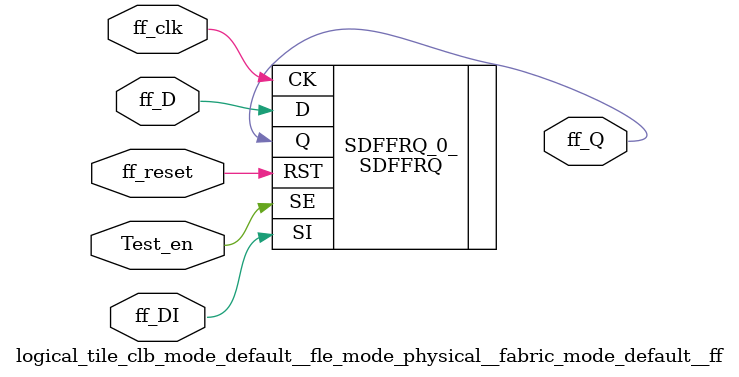
<source format=v>
`timescale 1ns / 1ps

`default_nettype wire

// ----- Verilog module for logical_tile_clb_mode_default__fle_mode_physical__fabric_mode_default__ff -----
module logical_tile_clb_mode_default__fle_mode_physical__fabric_mode_default__ff(Test_en,
                                                                                 ff_D,
                                                                                 ff_DI,
                                                                                 ff_reset,
                                                                                 ff_Q,
                                                                                 ff_clk);
//----- GLOBAL PORTS -----
input [0:0] Test_en;
//----- INPUT PORTS -----
input [0:0] ff_D;
//----- INPUT PORTS -----
input [0:0] ff_DI;
//----- INPUT PORTS -----
input [0:0] ff_reset;
//----- OUTPUT PORTS -----
output [0:0] ff_Q;
//----- CLOCK PORTS -----
input [0:0] ff_clk;

//----- BEGIN Registered ports -----
//----- END Registered ports -----



// ----- BEGIN Local short connections -----
// ----- END Local short connections -----
// ----- BEGIN Local output short connections -----
// ----- END Local output short connections -----

	SDFFRQ SDFFRQ_0_ (
		.SE(Test_en),
		.D(ff_D),
		.SI(ff_DI),
		.RST(ff_reset),
		.CK(ff_clk),
		.Q(ff_Q));

endmodule
// ----- END Verilog module for logical_tile_clb_mode_default__fle_mode_physical__fabric_mode_default__ff -----

//----- Default net type -----
`default_nettype none




</source>
